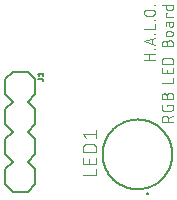
<source format=gbr>
G04 EAGLE Gerber RS-274X export*
G75*
%MOMM*%
%FSLAX34Y34*%
%LPD*%
%INSilkscreen Top*%
%IPPOS*%
%AMOC8*
5,1,8,0,0,1.08239X$1,22.5*%
G01*
%ADD10C,0.076200*%
%ADD11C,0.200000*%
%ADD12C,0.101600*%
%ADD13C,0.203200*%
%ADD14C,0.127000*%


D10*
X130429Y115416D02*
X121031Y115416D01*
X125208Y115416D02*
X125208Y120637D01*
X121031Y120637D02*
X130429Y120637D01*
X130429Y124471D02*
X129907Y124471D01*
X129907Y124994D01*
X130429Y124994D01*
X130429Y124471D01*
X130429Y128001D02*
X121031Y131133D01*
X130429Y134266D01*
X128080Y133483D02*
X128080Y128784D01*
X129907Y137273D02*
X130429Y137273D01*
X129907Y137273D02*
X129907Y137795D01*
X130429Y137795D01*
X130429Y137273D01*
X130429Y141647D02*
X121031Y141647D01*
X130429Y141647D02*
X130429Y145823D01*
X130429Y148855D02*
X129907Y148855D01*
X129907Y149377D01*
X130429Y149377D01*
X130429Y148855D01*
X127818Y152907D02*
X123642Y152907D01*
X123642Y152906D02*
X123541Y152908D01*
X123440Y152914D01*
X123339Y152924D01*
X123239Y152937D01*
X123139Y152955D01*
X123040Y152976D01*
X122942Y153002D01*
X122845Y153031D01*
X122749Y153063D01*
X122655Y153100D01*
X122562Y153140D01*
X122470Y153184D01*
X122381Y153231D01*
X122293Y153282D01*
X122207Y153336D01*
X122124Y153393D01*
X122042Y153453D01*
X121964Y153517D01*
X121887Y153583D01*
X121814Y153653D01*
X121743Y153725D01*
X121675Y153800D01*
X121610Y153878D01*
X121548Y153958D01*
X121489Y154040D01*
X121433Y154125D01*
X121381Y154212D01*
X121332Y154300D01*
X121286Y154391D01*
X121245Y154483D01*
X121206Y154577D01*
X121172Y154672D01*
X121141Y154768D01*
X121114Y154866D01*
X121090Y154964D01*
X121071Y155064D01*
X121055Y155164D01*
X121043Y155264D01*
X121035Y155365D01*
X121031Y155466D01*
X121031Y155568D01*
X121035Y155669D01*
X121043Y155770D01*
X121055Y155870D01*
X121071Y155970D01*
X121090Y156070D01*
X121114Y156168D01*
X121141Y156266D01*
X121172Y156362D01*
X121206Y156457D01*
X121245Y156551D01*
X121286Y156643D01*
X121332Y156734D01*
X121381Y156823D01*
X121433Y156909D01*
X121489Y156994D01*
X121548Y157076D01*
X121610Y157156D01*
X121675Y157234D01*
X121743Y157309D01*
X121814Y157381D01*
X121887Y157451D01*
X121964Y157517D01*
X122042Y157581D01*
X122124Y157641D01*
X122207Y157698D01*
X122293Y157752D01*
X122381Y157803D01*
X122470Y157850D01*
X122562Y157894D01*
X122655Y157934D01*
X122749Y157971D01*
X122845Y158003D01*
X122942Y158032D01*
X123040Y158058D01*
X123139Y158079D01*
X123239Y158097D01*
X123339Y158110D01*
X123440Y158120D01*
X123541Y158126D01*
X123642Y158128D01*
X127818Y158128D01*
X127919Y158126D01*
X128020Y158120D01*
X128121Y158110D01*
X128221Y158097D01*
X128321Y158079D01*
X128420Y158058D01*
X128518Y158032D01*
X128615Y158003D01*
X128711Y157971D01*
X128805Y157934D01*
X128898Y157894D01*
X128990Y157850D01*
X129079Y157803D01*
X129167Y157752D01*
X129253Y157698D01*
X129336Y157641D01*
X129418Y157581D01*
X129496Y157517D01*
X129573Y157451D01*
X129646Y157381D01*
X129717Y157309D01*
X129785Y157234D01*
X129850Y157156D01*
X129912Y157076D01*
X129971Y156994D01*
X130027Y156909D01*
X130079Y156822D01*
X130128Y156734D01*
X130174Y156643D01*
X130215Y156551D01*
X130254Y156457D01*
X130288Y156362D01*
X130319Y156266D01*
X130346Y156168D01*
X130370Y156070D01*
X130389Y155970D01*
X130405Y155870D01*
X130417Y155770D01*
X130425Y155669D01*
X130429Y155568D01*
X130429Y155466D01*
X130425Y155365D01*
X130417Y155264D01*
X130405Y155164D01*
X130389Y155064D01*
X130370Y154964D01*
X130346Y154866D01*
X130319Y154768D01*
X130288Y154672D01*
X130254Y154577D01*
X130215Y154483D01*
X130174Y154391D01*
X130128Y154300D01*
X130079Y154211D01*
X130027Y154125D01*
X129971Y154040D01*
X129912Y153958D01*
X129850Y153878D01*
X129785Y153800D01*
X129717Y153725D01*
X129646Y153653D01*
X129573Y153583D01*
X129496Y153517D01*
X129418Y153453D01*
X129336Y153393D01*
X129253Y153336D01*
X129167Y153282D01*
X129079Y153231D01*
X128990Y153184D01*
X128898Y153140D01*
X128805Y153100D01*
X128711Y153063D01*
X128615Y153031D01*
X128518Y153002D01*
X128420Y152976D01*
X128321Y152955D01*
X128221Y152937D01*
X128121Y152924D01*
X128020Y152914D01*
X127919Y152908D01*
X127818Y152906D01*
X129907Y161657D02*
X130429Y161657D01*
X129907Y161657D02*
X129907Y162179D01*
X130429Y162179D01*
X130429Y161657D01*
X136271Y63095D02*
X145669Y63095D01*
X136271Y63095D02*
X136271Y65706D01*
X136273Y65807D01*
X136279Y65908D01*
X136289Y66009D01*
X136302Y66109D01*
X136320Y66209D01*
X136341Y66308D01*
X136367Y66406D01*
X136396Y66503D01*
X136428Y66599D01*
X136465Y66693D01*
X136505Y66786D01*
X136549Y66878D01*
X136596Y66967D01*
X136647Y67055D01*
X136701Y67141D01*
X136758Y67224D01*
X136818Y67306D01*
X136882Y67384D01*
X136948Y67461D01*
X137018Y67534D01*
X137090Y67605D01*
X137165Y67673D01*
X137243Y67738D01*
X137323Y67800D01*
X137405Y67859D01*
X137490Y67915D01*
X137577Y67967D01*
X137665Y68016D01*
X137756Y68062D01*
X137848Y68103D01*
X137942Y68142D01*
X138037Y68176D01*
X138133Y68207D01*
X138231Y68234D01*
X138329Y68258D01*
X138429Y68277D01*
X138529Y68293D01*
X138629Y68305D01*
X138730Y68313D01*
X138831Y68317D01*
X138933Y68317D01*
X139034Y68313D01*
X139135Y68305D01*
X139235Y68293D01*
X139335Y68277D01*
X139435Y68258D01*
X139533Y68234D01*
X139631Y68207D01*
X139727Y68176D01*
X139822Y68142D01*
X139916Y68103D01*
X140008Y68062D01*
X140099Y68016D01*
X140188Y67967D01*
X140274Y67915D01*
X140359Y67859D01*
X140441Y67800D01*
X140521Y67738D01*
X140599Y67673D01*
X140674Y67605D01*
X140746Y67534D01*
X140816Y67461D01*
X140882Y67384D01*
X140946Y67306D01*
X141006Y67224D01*
X141063Y67141D01*
X141117Y67055D01*
X141168Y66967D01*
X141215Y66878D01*
X141259Y66786D01*
X141299Y66693D01*
X141336Y66599D01*
X141368Y66503D01*
X141397Y66406D01*
X141423Y66308D01*
X141444Y66209D01*
X141462Y66109D01*
X141475Y66009D01*
X141485Y65908D01*
X141491Y65807D01*
X141493Y65706D01*
X141492Y65706D02*
X141492Y63095D01*
X141492Y66228D02*
X145669Y68316D01*
X140448Y76142D02*
X140448Y77708D01*
X145669Y77708D01*
X145669Y74575D01*
X145667Y74486D01*
X145661Y74398D01*
X145652Y74310D01*
X145639Y74222D01*
X145622Y74135D01*
X145602Y74049D01*
X145577Y73964D01*
X145550Y73879D01*
X145518Y73796D01*
X145484Y73715D01*
X145445Y73635D01*
X145404Y73557D01*
X145359Y73480D01*
X145311Y73406D01*
X145260Y73333D01*
X145206Y73263D01*
X145148Y73196D01*
X145088Y73130D01*
X145026Y73068D01*
X144960Y73008D01*
X144893Y72950D01*
X144823Y72896D01*
X144750Y72845D01*
X144676Y72797D01*
X144599Y72752D01*
X144521Y72711D01*
X144441Y72672D01*
X144360Y72638D01*
X144277Y72606D01*
X144192Y72579D01*
X144107Y72554D01*
X144021Y72534D01*
X143934Y72517D01*
X143846Y72504D01*
X143758Y72495D01*
X143670Y72489D01*
X143581Y72487D01*
X138359Y72487D01*
X138359Y72486D02*
X138268Y72488D01*
X138177Y72494D01*
X138086Y72504D01*
X137996Y72518D01*
X137907Y72536D01*
X137818Y72557D01*
X137731Y72583D01*
X137645Y72612D01*
X137560Y72645D01*
X137476Y72682D01*
X137394Y72722D01*
X137315Y72766D01*
X137237Y72813D01*
X137161Y72864D01*
X137087Y72918D01*
X137016Y72975D01*
X136948Y73035D01*
X136882Y73098D01*
X136819Y73164D01*
X136759Y73232D01*
X136702Y73303D01*
X136648Y73377D01*
X136597Y73453D01*
X136550Y73530D01*
X136506Y73610D01*
X136466Y73692D01*
X136429Y73776D01*
X136396Y73860D01*
X136367Y73947D01*
X136341Y74034D01*
X136320Y74123D01*
X136302Y74212D01*
X136288Y74302D01*
X136278Y74393D01*
X136272Y74484D01*
X136270Y74575D01*
X136271Y74575D02*
X136271Y77708D01*
X140448Y82372D02*
X140448Y84982D01*
X140447Y84982D02*
X140449Y85083D01*
X140455Y85184D01*
X140465Y85285D01*
X140478Y85385D01*
X140496Y85485D01*
X140517Y85584D01*
X140543Y85682D01*
X140572Y85779D01*
X140604Y85875D01*
X140641Y85969D01*
X140681Y86062D01*
X140725Y86154D01*
X140772Y86243D01*
X140823Y86331D01*
X140877Y86417D01*
X140934Y86500D01*
X140994Y86582D01*
X141058Y86660D01*
X141124Y86737D01*
X141194Y86810D01*
X141266Y86881D01*
X141341Y86949D01*
X141419Y87014D01*
X141499Y87076D01*
X141581Y87135D01*
X141666Y87191D01*
X141753Y87243D01*
X141841Y87292D01*
X141932Y87338D01*
X142024Y87379D01*
X142118Y87418D01*
X142213Y87452D01*
X142309Y87483D01*
X142407Y87510D01*
X142505Y87534D01*
X142605Y87553D01*
X142705Y87569D01*
X142805Y87581D01*
X142906Y87589D01*
X143007Y87593D01*
X143109Y87593D01*
X143210Y87589D01*
X143311Y87581D01*
X143411Y87569D01*
X143511Y87553D01*
X143611Y87534D01*
X143709Y87510D01*
X143807Y87483D01*
X143903Y87452D01*
X143998Y87418D01*
X144092Y87379D01*
X144184Y87338D01*
X144275Y87292D01*
X144364Y87243D01*
X144450Y87191D01*
X144535Y87135D01*
X144617Y87076D01*
X144697Y87014D01*
X144775Y86949D01*
X144850Y86881D01*
X144922Y86810D01*
X144992Y86737D01*
X145058Y86660D01*
X145122Y86582D01*
X145182Y86500D01*
X145239Y86417D01*
X145293Y86331D01*
X145344Y86243D01*
X145391Y86154D01*
X145435Y86062D01*
X145475Y85969D01*
X145512Y85875D01*
X145544Y85779D01*
X145573Y85682D01*
X145599Y85584D01*
X145620Y85485D01*
X145638Y85385D01*
X145651Y85285D01*
X145661Y85184D01*
X145667Y85083D01*
X145669Y84982D01*
X145669Y82372D01*
X136271Y82372D01*
X136271Y84982D01*
X136273Y85072D01*
X136279Y85161D01*
X136288Y85251D01*
X136302Y85340D01*
X136319Y85428D01*
X136340Y85515D01*
X136365Y85602D01*
X136394Y85687D01*
X136426Y85771D01*
X136461Y85853D01*
X136501Y85934D01*
X136543Y86013D01*
X136589Y86090D01*
X136639Y86165D01*
X136691Y86238D01*
X136747Y86309D01*
X136805Y86377D01*
X136867Y86442D01*
X136931Y86505D01*
X136998Y86565D01*
X137067Y86622D01*
X137139Y86676D01*
X137213Y86727D01*
X137289Y86775D01*
X137367Y86819D01*
X137447Y86860D01*
X137529Y86898D01*
X137612Y86932D01*
X137697Y86962D01*
X137783Y86989D01*
X137869Y87012D01*
X137957Y87031D01*
X138046Y87046D01*
X138135Y87058D01*
X138224Y87066D01*
X138314Y87070D01*
X138404Y87070D01*
X138494Y87066D01*
X138583Y87058D01*
X138672Y87046D01*
X138761Y87031D01*
X138849Y87012D01*
X138935Y86989D01*
X139021Y86962D01*
X139106Y86932D01*
X139189Y86898D01*
X139271Y86860D01*
X139351Y86819D01*
X139429Y86775D01*
X139505Y86727D01*
X139579Y86676D01*
X139651Y86622D01*
X139720Y86565D01*
X139787Y86505D01*
X139851Y86442D01*
X139913Y86377D01*
X139971Y86309D01*
X140027Y86238D01*
X140079Y86165D01*
X140129Y86090D01*
X140175Y86013D01*
X140217Y85934D01*
X140257Y85853D01*
X140292Y85771D01*
X140324Y85687D01*
X140353Y85602D01*
X140378Y85515D01*
X140399Y85428D01*
X140416Y85340D01*
X140430Y85251D01*
X140439Y85161D01*
X140445Y85072D01*
X140447Y84982D01*
X136271Y96279D02*
X145669Y96279D01*
X145669Y100456D01*
X145669Y104203D02*
X145669Y108380D01*
X145669Y104203D02*
X136271Y104203D01*
X136271Y108380D01*
X140448Y107336D02*
X140448Y104203D01*
X136271Y112111D02*
X145669Y112111D01*
X136271Y112111D02*
X136271Y114721D01*
X136273Y114821D01*
X136279Y114921D01*
X136288Y115020D01*
X136302Y115120D01*
X136319Y115218D01*
X136340Y115316D01*
X136364Y115413D01*
X136393Y115509D01*
X136425Y115604D01*
X136460Y115697D01*
X136499Y115789D01*
X136542Y115880D01*
X136588Y115968D01*
X136638Y116055D01*
X136690Y116140D01*
X136746Y116223D01*
X136805Y116304D01*
X136868Y116382D01*
X136933Y116458D01*
X137001Y116532D01*
X137071Y116602D01*
X137145Y116670D01*
X137221Y116735D01*
X137299Y116798D01*
X137380Y116857D01*
X137463Y116913D01*
X137548Y116965D01*
X137635Y117015D01*
X137723Y117061D01*
X137814Y117104D01*
X137906Y117143D01*
X137999Y117178D01*
X138094Y117210D01*
X138190Y117239D01*
X138287Y117263D01*
X138385Y117284D01*
X138483Y117301D01*
X138583Y117315D01*
X138682Y117324D01*
X138782Y117330D01*
X138882Y117332D01*
X143058Y117332D01*
X143158Y117330D01*
X143258Y117324D01*
X143357Y117315D01*
X143457Y117301D01*
X143555Y117284D01*
X143653Y117263D01*
X143750Y117239D01*
X143846Y117210D01*
X143941Y117178D01*
X144034Y117143D01*
X144126Y117104D01*
X144217Y117061D01*
X144305Y117015D01*
X144392Y116965D01*
X144477Y116913D01*
X144560Y116857D01*
X144641Y116798D01*
X144719Y116735D01*
X144795Y116670D01*
X144869Y116602D01*
X144939Y116532D01*
X145007Y116458D01*
X145072Y116382D01*
X145135Y116304D01*
X145194Y116223D01*
X145250Y116140D01*
X145302Y116055D01*
X145352Y115968D01*
X145398Y115880D01*
X145441Y115789D01*
X145480Y115697D01*
X145515Y115604D01*
X145547Y115509D01*
X145576Y115413D01*
X145600Y115316D01*
X145621Y115218D01*
X145638Y115120D01*
X145652Y115020D01*
X145661Y114921D01*
X145667Y114821D01*
X145669Y114721D01*
X145669Y112111D01*
X140448Y126872D02*
X140448Y129483D01*
X140447Y129483D02*
X140449Y129584D01*
X140455Y129685D01*
X140465Y129786D01*
X140478Y129886D01*
X140496Y129986D01*
X140517Y130085D01*
X140543Y130183D01*
X140572Y130280D01*
X140604Y130376D01*
X140641Y130470D01*
X140681Y130563D01*
X140725Y130655D01*
X140772Y130744D01*
X140823Y130832D01*
X140877Y130918D01*
X140934Y131001D01*
X140994Y131083D01*
X141058Y131161D01*
X141124Y131238D01*
X141194Y131311D01*
X141266Y131382D01*
X141341Y131450D01*
X141419Y131515D01*
X141499Y131577D01*
X141581Y131636D01*
X141666Y131692D01*
X141753Y131744D01*
X141841Y131793D01*
X141932Y131839D01*
X142024Y131880D01*
X142118Y131919D01*
X142213Y131953D01*
X142309Y131984D01*
X142407Y132011D01*
X142505Y132035D01*
X142605Y132054D01*
X142705Y132070D01*
X142805Y132082D01*
X142906Y132090D01*
X143007Y132094D01*
X143109Y132094D01*
X143210Y132090D01*
X143311Y132082D01*
X143411Y132070D01*
X143511Y132054D01*
X143611Y132035D01*
X143709Y132011D01*
X143807Y131984D01*
X143903Y131953D01*
X143998Y131919D01*
X144092Y131880D01*
X144184Y131839D01*
X144275Y131793D01*
X144364Y131744D01*
X144450Y131692D01*
X144535Y131636D01*
X144617Y131577D01*
X144697Y131515D01*
X144775Y131450D01*
X144850Y131382D01*
X144922Y131311D01*
X144992Y131238D01*
X145058Y131161D01*
X145122Y131083D01*
X145182Y131001D01*
X145239Y130918D01*
X145293Y130832D01*
X145344Y130744D01*
X145391Y130655D01*
X145435Y130563D01*
X145475Y130470D01*
X145512Y130376D01*
X145544Y130280D01*
X145573Y130183D01*
X145599Y130085D01*
X145620Y129986D01*
X145638Y129886D01*
X145651Y129786D01*
X145661Y129685D01*
X145667Y129584D01*
X145669Y129483D01*
X145669Y126872D01*
X136271Y126872D01*
X136271Y129483D01*
X136273Y129573D01*
X136279Y129662D01*
X136288Y129752D01*
X136302Y129841D01*
X136319Y129929D01*
X136340Y130016D01*
X136365Y130103D01*
X136394Y130188D01*
X136426Y130272D01*
X136461Y130354D01*
X136501Y130435D01*
X136543Y130514D01*
X136589Y130591D01*
X136639Y130666D01*
X136691Y130739D01*
X136747Y130810D01*
X136805Y130878D01*
X136867Y130943D01*
X136931Y131006D01*
X136998Y131066D01*
X137067Y131123D01*
X137139Y131177D01*
X137213Y131228D01*
X137289Y131276D01*
X137367Y131320D01*
X137447Y131361D01*
X137529Y131399D01*
X137612Y131433D01*
X137697Y131463D01*
X137783Y131490D01*
X137869Y131513D01*
X137957Y131532D01*
X138046Y131547D01*
X138135Y131559D01*
X138224Y131567D01*
X138314Y131571D01*
X138404Y131571D01*
X138494Y131567D01*
X138583Y131559D01*
X138672Y131547D01*
X138761Y131532D01*
X138849Y131513D01*
X138935Y131490D01*
X139021Y131463D01*
X139106Y131433D01*
X139189Y131399D01*
X139271Y131361D01*
X139351Y131320D01*
X139429Y131276D01*
X139505Y131228D01*
X139579Y131177D01*
X139651Y131123D01*
X139720Y131066D01*
X139787Y131006D01*
X139851Y130943D01*
X139913Y130878D01*
X139971Y130810D01*
X140027Y130739D01*
X140079Y130666D01*
X140129Y130591D01*
X140175Y130514D01*
X140217Y130435D01*
X140257Y130354D01*
X140292Y130272D01*
X140324Y130188D01*
X140353Y130103D01*
X140378Y130016D01*
X140399Y129929D01*
X140416Y129841D01*
X140430Y129752D01*
X140439Y129662D01*
X140445Y129573D01*
X140447Y129483D01*
X141492Y135493D02*
X143581Y135493D01*
X141492Y135493D02*
X141402Y135495D01*
X141313Y135501D01*
X141223Y135510D01*
X141134Y135524D01*
X141046Y135541D01*
X140959Y135562D01*
X140872Y135587D01*
X140787Y135616D01*
X140703Y135648D01*
X140621Y135683D01*
X140540Y135723D01*
X140461Y135765D01*
X140384Y135811D01*
X140309Y135861D01*
X140236Y135913D01*
X140165Y135969D01*
X140097Y136027D01*
X140032Y136089D01*
X139969Y136153D01*
X139909Y136220D01*
X139852Y136289D01*
X139798Y136361D01*
X139747Y136435D01*
X139699Y136511D01*
X139655Y136589D01*
X139614Y136669D01*
X139576Y136751D01*
X139542Y136834D01*
X139512Y136919D01*
X139485Y137005D01*
X139462Y137091D01*
X139443Y137179D01*
X139428Y137268D01*
X139416Y137357D01*
X139408Y137446D01*
X139404Y137536D01*
X139404Y137626D01*
X139408Y137716D01*
X139416Y137805D01*
X139428Y137894D01*
X139443Y137983D01*
X139462Y138071D01*
X139485Y138157D01*
X139512Y138243D01*
X139542Y138328D01*
X139576Y138411D01*
X139614Y138493D01*
X139655Y138573D01*
X139699Y138651D01*
X139747Y138727D01*
X139798Y138801D01*
X139852Y138873D01*
X139909Y138942D01*
X139969Y139009D01*
X140032Y139073D01*
X140097Y139135D01*
X140165Y139193D01*
X140236Y139249D01*
X140309Y139301D01*
X140384Y139351D01*
X140461Y139397D01*
X140540Y139439D01*
X140621Y139479D01*
X140703Y139514D01*
X140787Y139546D01*
X140872Y139575D01*
X140959Y139600D01*
X141046Y139621D01*
X141134Y139638D01*
X141223Y139652D01*
X141313Y139661D01*
X141402Y139667D01*
X141492Y139669D01*
X141492Y139670D02*
X143581Y139670D01*
X143581Y139669D02*
X143671Y139667D01*
X143760Y139661D01*
X143850Y139652D01*
X143939Y139638D01*
X144027Y139621D01*
X144114Y139600D01*
X144201Y139575D01*
X144286Y139546D01*
X144370Y139514D01*
X144452Y139479D01*
X144533Y139439D01*
X144612Y139397D01*
X144689Y139351D01*
X144764Y139301D01*
X144837Y139249D01*
X144908Y139193D01*
X144976Y139135D01*
X145041Y139073D01*
X145104Y139009D01*
X145164Y138942D01*
X145221Y138873D01*
X145275Y138801D01*
X145326Y138727D01*
X145374Y138651D01*
X145418Y138573D01*
X145459Y138493D01*
X145497Y138411D01*
X145531Y138328D01*
X145561Y138243D01*
X145588Y138157D01*
X145611Y138071D01*
X145630Y137983D01*
X145645Y137894D01*
X145657Y137805D01*
X145665Y137716D01*
X145669Y137626D01*
X145669Y137536D01*
X145665Y137446D01*
X145657Y137357D01*
X145645Y137268D01*
X145630Y137179D01*
X145611Y137091D01*
X145588Y137005D01*
X145561Y136919D01*
X145531Y136834D01*
X145497Y136751D01*
X145459Y136669D01*
X145418Y136589D01*
X145374Y136511D01*
X145326Y136435D01*
X145275Y136361D01*
X145221Y136289D01*
X145164Y136220D01*
X145104Y136153D01*
X145041Y136089D01*
X144976Y136027D01*
X144908Y135969D01*
X144837Y135913D01*
X144764Y135861D01*
X144689Y135811D01*
X144612Y135765D01*
X144533Y135723D01*
X144452Y135683D01*
X144370Y135648D01*
X144286Y135616D01*
X144201Y135587D01*
X144114Y135562D01*
X144027Y135541D01*
X143939Y135524D01*
X143850Y135510D01*
X143760Y135501D01*
X143671Y135495D01*
X143581Y135493D01*
X142014Y145199D02*
X142014Y147549D01*
X142015Y145199D02*
X142017Y145115D01*
X142023Y145030D01*
X142033Y144947D01*
X142046Y144863D01*
X142064Y144781D01*
X142085Y144699D01*
X142110Y144618D01*
X142138Y144539D01*
X142171Y144461D01*
X142207Y144385D01*
X142246Y144310D01*
X142289Y144237D01*
X142335Y144166D01*
X142384Y144098D01*
X142436Y144032D01*
X142492Y143968D01*
X142550Y143907D01*
X142611Y143849D01*
X142675Y143793D01*
X142741Y143741D01*
X142809Y143692D01*
X142880Y143646D01*
X142953Y143603D01*
X143028Y143564D01*
X143104Y143528D01*
X143182Y143495D01*
X143261Y143467D01*
X143342Y143442D01*
X143424Y143421D01*
X143506Y143403D01*
X143590Y143390D01*
X143673Y143380D01*
X143758Y143374D01*
X143842Y143372D01*
X143926Y143374D01*
X144011Y143380D01*
X144094Y143390D01*
X144178Y143403D01*
X144260Y143421D01*
X144342Y143442D01*
X144423Y143467D01*
X144502Y143495D01*
X144580Y143528D01*
X144656Y143564D01*
X144731Y143603D01*
X144804Y143646D01*
X144875Y143692D01*
X144943Y143741D01*
X145009Y143793D01*
X145073Y143849D01*
X145134Y143907D01*
X145192Y143968D01*
X145248Y144032D01*
X145300Y144098D01*
X145349Y144166D01*
X145395Y144237D01*
X145438Y144310D01*
X145477Y144385D01*
X145513Y144461D01*
X145546Y144539D01*
X145574Y144618D01*
X145599Y144699D01*
X145620Y144781D01*
X145638Y144863D01*
X145651Y144947D01*
X145661Y145030D01*
X145667Y145115D01*
X145669Y145199D01*
X145669Y147549D01*
X140970Y147549D01*
X140970Y147548D02*
X140893Y147546D01*
X140817Y147540D01*
X140740Y147531D01*
X140664Y147518D01*
X140589Y147501D01*
X140515Y147481D01*
X140442Y147456D01*
X140371Y147429D01*
X140300Y147398D01*
X140232Y147363D01*
X140165Y147325D01*
X140100Y147284D01*
X140037Y147240D01*
X139977Y147193D01*
X139918Y147142D01*
X139863Y147089D01*
X139810Y147034D01*
X139759Y146975D01*
X139712Y146915D01*
X139668Y146852D01*
X139627Y146787D01*
X139589Y146720D01*
X139554Y146652D01*
X139523Y146581D01*
X139496Y146510D01*
X139471Y146437D01*
X139451Y146363D01*
X139434Y146288D01*
X139421Y146212D01*
X139412Y146135D01*
X139406Y146059D01*
X139404Y145982D01*
X139404Y143894D01*
X139404Y152003D02*
X145669Y152003D01*
X139404Y152003D02*
X139404Y155136D01*
X140448Y155136D01*
X136271Y162179D02*
X145669Y162179D01*
X145669Y159568D01*
X145667Y159491D01*
X145661Y159415D01*
X145652Y159338D01*
X145639Y159262D01*
X145622Y159187D01*
X145602Y159113D01*
X145577Y159040D01*
X145550Y158969D01*
X145519Y158898D01*
X145484Y158830D01*
X145446Y158763D01*
X145405Y158698D01*
X145361Y158635D01*
X145314Y158575D01*
X145263Y158516D01*
X145210Y158461D01*
X145155Y158408D01*
X145096Y158357D01*
X145036Y158310D01*
X144973Y158266D01*
X144908Y158225D01*
X144841Y158187D01*
X144773Y158152D01*
X144702Y158121D01*
X144631Y158094D01*
X144558Y158069D01*
X144484Y158049D01*
X144409Y158032D01*
X144333Y158019D01*
X144256Y158010D01*
X144180Y158004D01*
X144103Y158002D01*
X140970Y158002D01*
X140893Y158004D01*
X140817Y158010D01*
X140740Y158019D01*
X140664Y158032D01*
X140589Y158049D01*
X140515Y158069D01*
X140442Y158094D01*
X140371Y158121D01*
X140300Y158152D01*
X140232Y158187D01*
X140165Y158225D01*
X140100Y158266D01*
X140037Y158310D01*
X139977Y158357D01*
X139918Y158408D01*
X139863Y158461D01*
X139810Y158516D01*
X139759Y158575D01*
X139712Y158635D01*
X139668Y158698D01*
X139627Y158763D01*
X139589Y158830D01*
X139554Y158898D01*
X139523Y158969D01*
X139496Y159040D01*
X139471Y159113D01*
X139451Y159187D01*
X139434Y159262D01*
X139421Y159338D01*
X139412Y159415D01*
X139406Y159491D01*
X139404Y159568D01*
X139404Y162179D01*
D11*
X86070Y35560D02*
X86079Y36284D01*
X86106Y37007D01*
X86150Y37730D01*
X86212Y38452D01*
X86292Y39171D01*
X86389Y39889D01*
X86504Y40603D01*
X86637Y41315D01*
X86787Y42023D01*
X86954Y42728D01*
X87139Y43428D01*
X87340Y44123D01*
X87559Y44814D01*
X87794Y45498D01*
X88047Y46177D01*
X88316Y46849D01*
X88601Y47515D01*
X88902Y48173D01*
X89220Y48824D01*
X89553Y49466D01*
X89902Y50100D01*
X90267Y50726D01*
X90647Y51342D01*
X91042Y51949D01*
X91451Y52546D01*
X91875Y53133D01*
X92314Y53709D01*
X92766Y54275D01*
X93232Y54829D01*
X93712Y55371D01*
X94205Y55901D01*
X94710Y56420D01*
X95229Y56925D01*
X95759Y57418D01*
X96301Y57898D01*
X96855Y58364D01*
X97421Y58816D01*
X97997Y59255D01*
X98584Y59679D01*
X99181Y60088D01*
X99788Y60483D01*
X100404Y60863D01*
X101030Y61228D01*
X101664Y61577D01*
X102306Y61910D01*
X102957Y62228D01*
X103615Y62529D01*
X104281Y62814D01*
X104953Y63083D01*
X105632Y63336D01*
X106316Y63571D01*
X107007Y63790D01*
X107702Y63991D01*
X108402Y64176D01*
X109107Y64343D01*
X109815Y64493D01*
X110527Y64626D01*
X111241Y64741D01*
X111959Y64838D01*
X112678Y64918D01*
X113400Y64980D01*
X114123Y65024D01*
X114846Y65051D01*
X115570Y65060D01*
X116294Y65051D01*
X117017Y65024D01*
X117740Y64980D01*
X118462Y64918D01*
X119181Y64838D01*
X119899Y64741D01*
X120613Y64626D01*
X121325Y64493D01*
X122033Y64343D01*
X122738Y64176D01*
X123438Y63991D01*
X124133Y63790D01*
X124824Y63571D01*
X125508Y63336D01*
X126187Y63083D01*
X126859Y62814D01*
X127525Y62529D01*
X128183Y62228D01*
X128834Y61910D01*
X129476Y61577D01*
X130110Y61228D01*
X130736Y60863D01*
X131352Y60483D01*
X131959Y60088D01*
X132556Y59679D01*
X133143Y59255D01*
X133719Y58816D01*
X134285Y58364D01*
X134839Y57898D01*
X135381Y57418D01*
X135911Y56925D01*
X136430Y56420D01*
X136935Y55901D01*
X137428Y55371D01*
X137908Y54829D01*
X138374Y54275D01*
X138826Y53709D01*
X139265Y53133D01*
X139689Y52546D01*
X140098Y51949D01*
X140493Y51342D01*
X140873Y50726D01*
X141238Y50100D01*
X141587Y49466D01*
X141920Y48824D01*
X142238Y48173D01*
X142539Y47515D01*
X142824Y46849D01*
X143093Y46177D01*
X143346Y45498D01*
X143581Y44814D01*
X143800Y44123D01*
X144001Y43428D01*
X144186Y42728D01*
X144353Y42023D01*
X144503Y41315D01*
X144636Y40603D01*
X144751Y39889D01*
X144848Y39171D01*
X144928Y38452D01*
X144990Y37730D01*
X145034Y37007D01*
X145061Y36284D01*
X145070Y35560D01*
X145061Y34836D01*
X145034Y34113D01*
X144990Y33390D01*
X144928Y32668D01*
X144848Y31949D01*
X144751Y31231D01*
X144636Y30517D01*
X144503Y29805D01*
X144353Y29097D01*
X144186Y28392D01*
X144001Y27692D01*
X143800Y26997D01*
X143581Y26306D01*
X143346Y25622D01*
X143093Y24943D01*
X142824Y24271D01*
X142539Y23605D01*
X142238Y22947D01*
X141920Y22296D01*
X141587Y21654D01*
X141238Y21020D01*
X140873Y20394D01*
X140493Y19778D01*
X140098Y19171D01*
X139689Y18574D01*
X139265Y17987D01*
X138826Y17411D01*
X138374Y16845D01*
X137908Y16291D01*
X137428Y15749D01*
X136935Y15219D01*
X136430Y14700D01*
X135911Y14195D01*
X135381Y13702D01*
X134839Y13222D01*
X134285Y12756D01*
X133719Y12304D01*
X133143Y11865D01*
X132556Y11441D01*
X131959Y11032D01*
X131352Y10637D01*
X130736Y10257D01*
X130110Y9892D01*
X129476Y9543D01*
X128834Y9210D01*
X128183Y8892D01*
X127525Y8591D01*
X126859Y8306D01*
X126187Y8037D01*
X125508Y7784D01*
X124824Y7549D01*
X124133Y7330D01*
X123438Y7129D01*
X122738Y6944D01*
X122033Y6777D01*
X121325Y6627D01*
X120613Y6494D01*
X119899Y6379D01*
X119181Y6282D01*
X118462Y6202D01*
X117740Y6140D01*
X117017Y6096D01*
X116294Y6069D01*
X115570Y6060D01*
X114846Y6069D01*
X114123Y6096D01*
X113400Y6140D01*
X112678Y6202D01*
X111959Y6282D01*
X111241Y6379D01*
X110527Y6494D01*
X109815Y6627D01*
X109107Y6777D01*
X108402Y6944D01*
X107702Y7129D01*
X107007Y7330D01*
X106316Y7549D01*
X105632Y7784D01*
X104953Y8037D01*
X104281Y8306D01*
X103615Y8591D01*
X102957Y8892D01*
X102306Y9210D01*
X101664Y9543D01*
X101030Y9892D01*
X100404Y10257D01*
X99788Y10637D01*
X99181Y11032D01*
X98584Y11441D01*
X97997Y11865D01*
X97421Y12304D01*
X96855Y12756D01*
X96301Y13222D01*
X95759Y13702D01*
X95229Y14195D01*
X94710Y14700D01*
X94205Y15219D01*
X93712Y15749D01*
X93232Y16291D01*
X92766Y16845D01*
X92314Y17411D01*
X91875Y17987D01*
X91451Y18574D01*
X91042Y19171D01*
X90647Y19778D01*
X90267Y20394D01*
X89902Y21020D01*
X89553Y21654D01*
X89220Y22296D01*
X88902Y22947D01*
X88601Y23605D01*
X88316Y24271D01*
X88047Y24943D01*
X87794Y25622D01*
X87559Y26306D01*
X87340Y26997D01*
X87139Y27692D01*
X86954Y28392D01*
X86787Y29097D01*
X86637Y29805D01*
X86504Y30517D01*
X86389Y31231D01*
X86292Y31949D01*
X86212Y32668D01*
X86150Y33390D01*
X86106Y34113D01*
X86079Y34836D01*
X86070Y35560D01*
X123460Y2330D02*
X123462Y2370D01*
X123468Y2410D01*
X123478Y2449D01*
X123491Y2487D01*
X123508Y2523D01*
X123529Y2558D01*
X123553Y2590D01*
X123580Y2620D01*
X123610Y2647D01*
X123642Y2671D01*
X123677Y2692D01*
X123713Y2709D01*
X123751Y2722D01*
X123790Y2732D01*
X123830Y2738D01*
X123870Y2740D01*
X123910Y2738D01*
X123950Y2732D01*
X123989Y2722D01*
X124027Y2709D01*
X124063Y2692D01*
X124098Y2671D01*
X124130Y2647D01*
X124160Y2620D01*
X124187Y2590D01*
X124211Y2558D01*
X124232Y2523D01*
X124249Y2487D01*
X124262Y2449D01*
X124272Y2410D01*
X124278Y2370D01*
X124280Y2330D01*
X124278Y2290D01*
X124272Y2250D01*
X124262Y2211D01*
X124249Y2173D01*
X124232Y2137D01*
X124211Y2102D01*
X124187Y2070D01*
X124160Y2040D01*
X124130Y2013D01*
X124098Y1989D01*
X124063Y1968D01*
X124027Y1951D01*
X123989Y1938D01*
X123950Y1928D01*
X123910Y1922D01*
X123870Y1920D01*
X123830Y1922D01*
X123790Y1928D01*
X123751Y1938D01*
X123713Y1951D01*
X123677Y1968D01*
X123642Y1989D01*
X123610Y2013D01*
X123580Y2040D01*
X123553Y2070D01*
X123529Y2102D01*
X123508Y2137D01*
X123491Y2173D01*
X123478Y2211D01*
X123468Y2250D01*
X123462Y2290D01*
X123460Y2330D01*
D12*
X80762Y17734D02*
X69078Y17734D01*
X80762Y17734D02*
X80762Y22927D01*
X80762Y27640D02*
X80762Y32833D01*
X80762Y27640D02*
X69078Y27640D01*
X69078Y32833D01*
X74271Y31535D02*
X74271Y27640D01*
X69078Y37524D02*
X80762Y37524D01*
X69078Y37524D02*
X69078Y40769D01*
X69080Y40882D01*
X69086Y40995D01*
X69096Y41108D01*
X69110Y41221D01*
X69127Y41333D01*
X69149Y41444D01*
X69174Y41554D01*
X69204Y41664D01*
X69237Y41772D01*
X69274Y41879D01*
X69314Y41985D01*
X69359Y42089D01*
X69407Y42192D01*
X69458Y42293D01*
X69513Y42392D01*
X69571Y42489D01*
X69633Y42584D01*
X69698Y42677D01*
X69766Y42767D01*
X69837Y42855D01*
X69912Y42941D01*
X69989Y43024D01*
X70069Y43104D01*
X70152Y43181D01*
X70238Y43256D01*
X70326Y43327D01*
X70416Y43395D01*
X70509Y43460D01*
X70604Y43522D01*
X70701Y43580D01*
X70800Y43635D01*
X70901Y43686D01*
X71004Y43734D01*
X71108Y43779D01*
X71214Y43819D01*
X71321Y43856D01*
X71429Y43889D01*
X71539Y43919D01*
X71649Y43944D01*
X71760Y43966D01*
X71872Y43983D01*
X71985Y43997D01*
X72098Y44007D01*
X72211Y44013D01*
X72324Y44015D01*
X77516Y44015D01*
X77629Y44013D01*
X77742Y44007D01*
X77855Y43997D01*
X77968Y43983D01*
X78080Y43966D01*
X78191Y43944D01*
X78301Y43919D01*
X78411Y43889D01*
X78519Y43856D01*
X78626Y43819D01*
X78732Y43779D01*
X78836Y43734D01*
X78939Y43686D01*
X79040Y43635D01*
X79139Y43580D01*
X79236Y43522D01*
X79331Y43460D01*
X79424Y43395D01*
X79514Y43327D01*
X79602Y43256D01*
X79688Y43181D01*
X79771Y43104D01*
X79851Y43024D01*
X79928Y42941D01*
X80003Y42855D01*
X80074Y42767D01*
X80142Y42677D01*
X80207Y42584D01*
X80269Y42489D01*
X80327Y42392D01*
X80382Y42293D01*
X80433Y42192D01*
X80481Y42089D01*
X80526Y41985D01*
X80566Y41879D01*
X80603Y41772D01*
X80636Y41664D01*
X80666Y41554D01*
X80691Y41444D01*
X80713Y41333D01*
X80730Y41221D01*
X80744Y41108D01*
X80754Y40995D01*
X80760Y40882D01*
X80762Y40769D01*
X80762Y37524D01*
X71674Y49335D02*
X69078Y52580D01*
X80762Y52580D01*
X80762Y49335D02*
X80762Y55826D01*
D13*
X29210Y22860D02*
X29210Y10160D01*
X22860Y3810D01*
X10160Y3810D02*
X3810Y10160D01*
X29210Y48260D02*
X22860Y54610D01*
X29210Y48260D02*
X29210Y35560D01*
X22860Y29210D01*
X10160Y29210D02*
X3810Y35560D01*
X3810Y48260D01*
X10160Y54610D01*
X22860Y29210D02*
X29210Y22860D01*
X10160Y29210D02*
X3810Y22860D01*
X3810Y10160D01*
X29210Y86360D02*
X29210Y99060D01*
X29210Y86360D02*
X22860Y80010D01*
X10160Y80010D02*
X3810Y86360D01*
X22860Y80010D02*
X29210Y73660D01*
X29210Y60960D01*
X22860Y54610D01*
X10160Y54610D02*
X3810Y60960D01*
X3810Y73660D01*
X10160Y80010D01*
X10160Y105410D02*
X22860Y105410D01*
X29210Y99060D01*
X10160Y105410D02*
X3810Y99060D01*
X3810Y86360D01*
X10160Y3810D02*
X22860Y3810D01*
D14*
X31115Y99146D02*
X34869Y99146D01*
X34934Y99144D01*
X34998Y99138D01*
X35062Y99128D01*
X35126Y99115D01*
X35188Y99097D01*
X35249Y99076D01*
X35309Y99052D01*
X35367Y99023D01*
X35424Y98991D01*
X35478Y98956D01*
X35530Y98918D01*
X35580Y98876D01*
X35627Y98832D01*
X35671Y98785D01*
X35713Y98735D01*
X35751Y98683D01*
X35786Y98629D01*
X35818Y98572D01*
X35847Y98514D01*
X35871Y98454D01*
X35892Y98393D01*
X35910Y98331D01*
X35923Y98267D01*
X35933Y98203D01*
X35939Y98139D01*
X35941Y98074D01*
X35941Y97537D01*
X32187Y102094D02*
X31115Y103434D01*
X35941Y103434D01*
X35941Y102094D02*
X35941Y104775D01*
M02*

</source>
